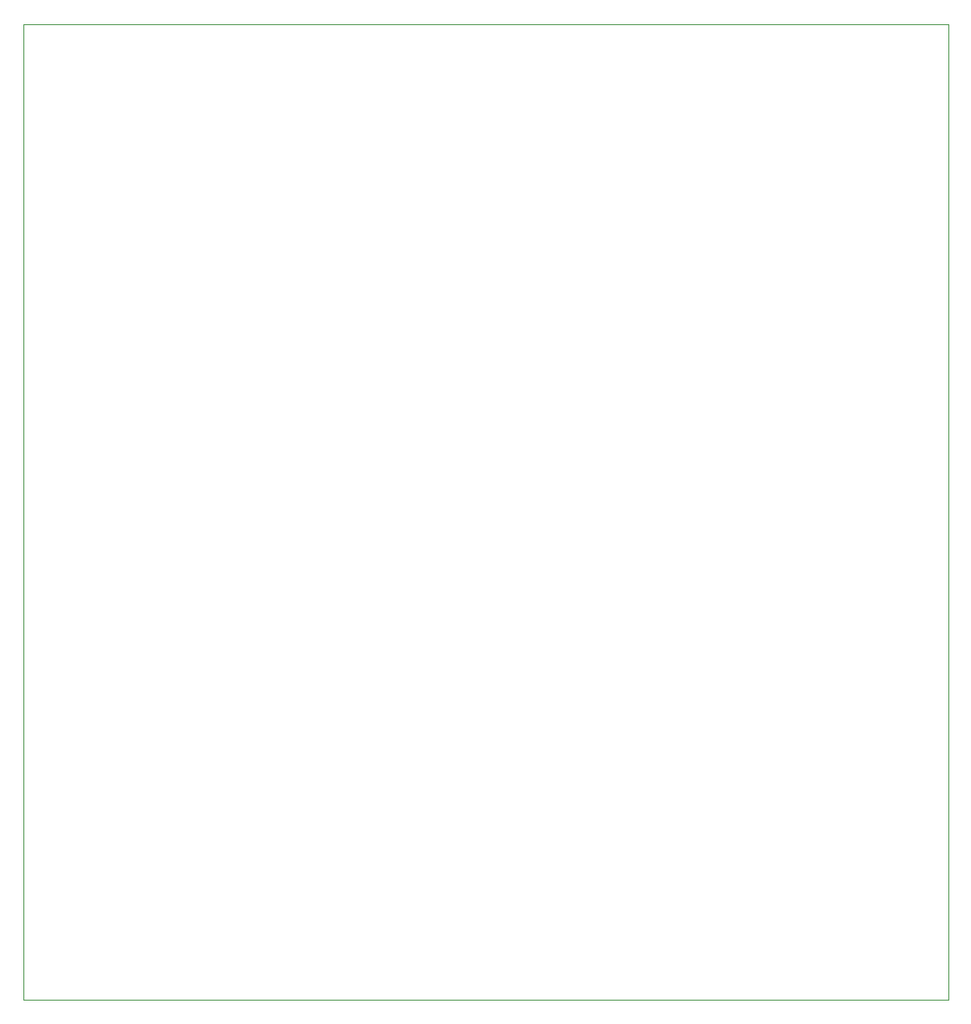
<source format=gbr>
%FSLAX34Y34*%
%MOMM*%
%LNOUTLINE*%
G71*
G01*
%ADD10C, 0.00*%
%LPD*%
G54D10*
X0Y990600D02*
X936500Y990600D01*
X936500Y3300D01*
X0Y3300D01*
X0Y990600D01*
M02*

</source>
